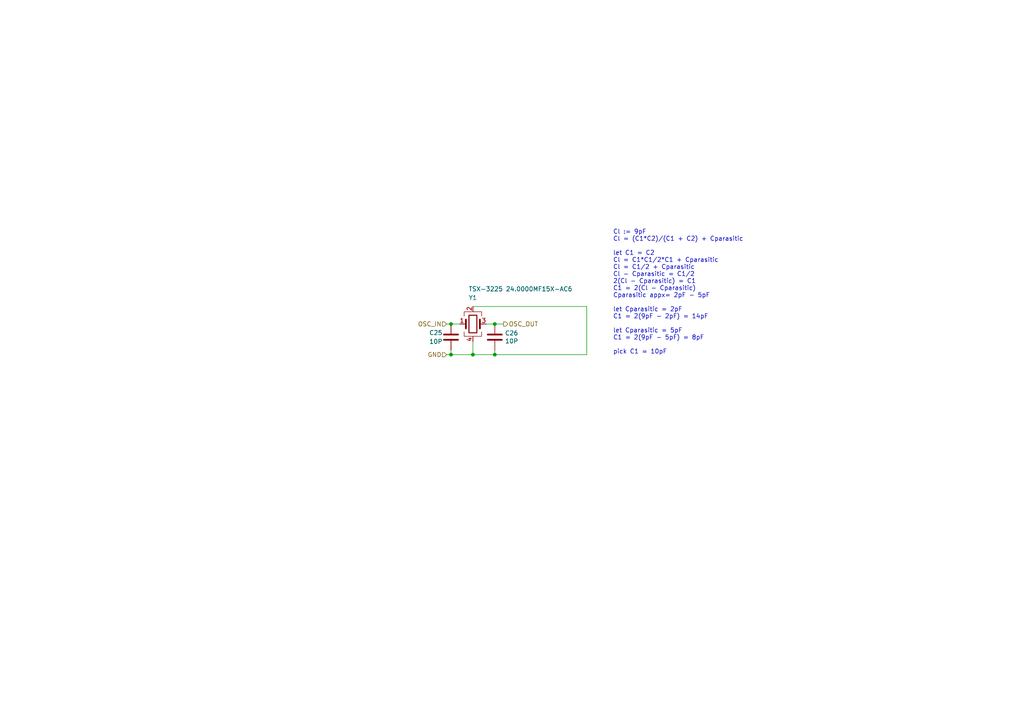
<source format=kicad_sch>
(kicad_sch (version 20211123) (generator eeschema)
  (paper "A4")
  (lib_symbols
    (symbol "Device:C" (pin_numbers hide) (pin_names (offset 0.254))
      (property "Reference" "C" (at 0.635 2.54 0))
      (property "Value" "C" (at 0.635 -2.54 0))
      (symbol "C_0_1"
        (polyline (pts (xy -2.032 -0.762) (xy 2.032 -0.762)) (stroke (width 0.508)))
        (polyline (pts (xy -2.032 0.762) (xy 2.032 0.762)) (stroke (width 0.508)))
      )
      (symbol "C_1_1"
        (pin passive line (at 0 3.81 270) (length 2.794) (name "~") (number "1"))
        (pin passive line (at 0 -3.81 90) (length 2.794) (name "~") (number "2"))
      )
    )
    (symbol "Device:Crystal_GND24" (pin_names (offset 1.016) hide)
      (property "Reference" "Y" (at 3.175 5.08 0))
      (property "Value" "Crystal_GND24" (at 3.175 3.175 0))
      (symbol "Crystal_GND24_0_1"
        (rectangle (start -1.143 2.54) (end 1.143 -2.54) (stroke (width 0.3048)))
        (polyline (pts (xy -2.54 0) (xy -2.032 0)))
        (polyline (pts (xy -2.032 -1.27) (xy -2.032 1.27)) (stroke (width 0.508)))
        (polyline (pts (xy 0 -3.81) (xy 0 -3.556)))
        (polyline (pts (xy 0 3.556) (xy 0 3.81)))
        (polyline (pts (xy 2.032 -1.27) (xy 2.032 1.27)) (stroke (width 0.508)))
        (polyline (pts (xy 2.032 0) (xy 2.54 0)))
        (polyline (pts (xy -2.54 -2.286) (xy -2.54 -3.556) (xy 2.54 -3.556) (xy 2.54 -2.286)))
        (polyline (pts (xy -2.54 2.286) (xy -2.54 3.556) (xy 2.54 3.556) (xy 2.54 2.286)))
      )
      (symbol "Crystal_GND24_1_1"
        (pin passive line (at -3.81 0 0) (length 1.27) (name "1") (number "1"))
        (pin passive line (at 0 5.08 270) (length 1.27) (name "2") (number "2"))
        (pin passive line (at 3.81 0 180) (length 1.27) (name "3") (number "3"))
        (pin passive line (at 0 -5.08 90) (length 1.27) (name "4") (number "4"))
      )
    )
  )
  (junction (at 130.81 102.87))
  (junction (at 143.51 93.98))
  (junction (at 137.16 102.87))
  (junction (at 143.51 102.87))
  (junction (at 130.81 93.98))
  (wire (pts (xy 130.81 93.98) (xy 133.35 93.98)))
  (wire (pts (xy 137.16 88.9) (xy 170.18 88.9)))
  (wire (pts (xy 170.18 102.87) (xy 143.51 102.87)))
  (wire (pts (xy 143.51 102.87) (xy 143.51 101.6)))
  (wire (pts (xy 140.97 93.98) (xy 143.51 93.98)))
  (wire (pts (xy 170.18 88.9) (xy 170.18 102.87)))
  (wire (pts (xy 130.81 101.6) (xy 130.81 102.87)))
  (wire (pts (xy 129.54 102.87) (xy 130.81 102.87)))
  (wire (pts (xy 143.51 93.98) (xy 146.05 93.98)))
  (wire (pts (xy 130.81 102.87) (xy 137.16 102.87)))
  (wire (pts (xy 129.54 93.98) (xy 130.81 93.98)))
  (wire (pts (xy 137.16 99.06) (xy 137.16 102.87)))
  (wire (pts (xy 137.16 102.87) (xy 143.51 102.87)))
  (text "Cl := 9pF\nCl = (C1*C2)/(C1 + C2) + Cparasitic\n\nlet C1 = C2\nCl = C1*C1/2*C1 + Cparasitic\nCl = C1/2 + Cparasitic\nCl - Cparasitic = C1/2\n2(Cl - Cparasitic) = C1\nC1 = 2(Cl - Cparasitic)\nCparasitic appx= 2pF - 5pF\n\nlet Cparasitic = 2pF\nC1 = 2(9pF - 2pF) = 14pF\n\nlet Cparasitic = 5pF\nC1 = 2(9pF - 5pF) = 8pF\n\npick C1 = 10pF" (at 177.8 102.87 0) (effects (font (size 1.27 1.27)) (justify left bottom)))
  (hierarchical_label "OSC_IN" (shape input) (at 129.54 93.98 180))
  (hierarchical_label "OSC_OUT" (shape output) (at 146.05 93.98 0))
  (hierarchical_label "GND" (shape input) (at 129.54 102.87 180))
  (symbol (lib_id "Device:C") (at 130.81 97.79 0) (unit 1)
    (property "Reference" "C25" (at 124.46 96.52 0) (effects (justify left)))
    (property "Value" "10P" (at 124.46 99.06 0) (effects (justify left)))
    (property "Footprint" "Capacitor_SMD:C_0402_1005Metric" (effects hide))
  )
  (symbol (lib_id "Device:C") (at 143.51 97.79 0) (unit 1)
    (property "Reference" "C26" (at 146.431 96.6216 0) (effects (justify left)))
    (property "Value" "10P" (at 146.431 98.933 0) (effects (justify left)))
    (property "Footprint" "Capacitor_SMD:C_0402_1005Metric" (effects hide))
  )
  (symbol (lib_id "Device:Crystal_GND24") (at 137.16 93.98 0) (unit 1)
    (property "Reference" "Y1" (at 135.89 86.36 0) (effects (justify left)))
    (property "Value" "TSX-3225 24.0000MF15X-AC6" (at 135.89 83.82 0) (effects (justify left)))
    (property "Footprint" "Crystal:Crystal_SMD_SeikoEpson_TSX3225-4Pin_3.2x2.5mm" (effects hide))
  )
)
</source>
